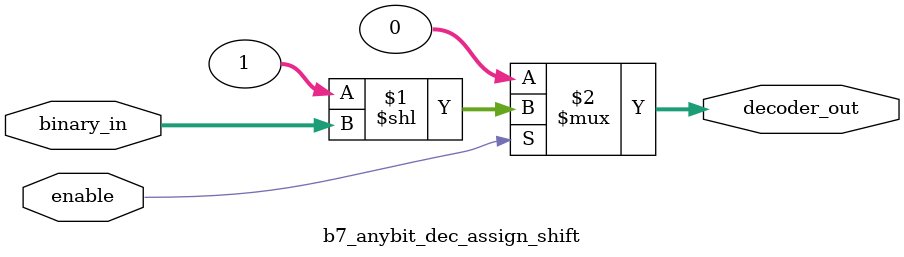
<source format=v>
module b7_anybit_dec_assign_shift (
 binary_in, decoder_out, enable
);

   parameter IN_SIZE = 4; 
	parameter OUT_SIZE = 2<<IN_SIZE;
	
	input  wire [IN_SIZE-1:0] binary_in;
	output wire [OUT_SIZE-1:0] decoder_out;
	input enable;

   assign decoder_out = (enable) ? (1 << binary_in) : 0 ;

endmodule
</source>
